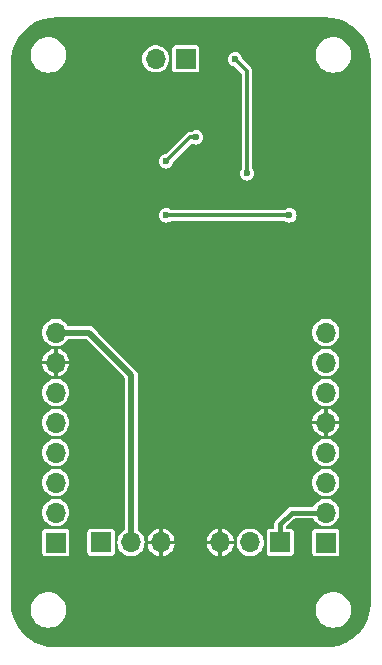
<source format=gbr>
%TF.GenerationSoftware,KiCad,Pcbnew,8.0.6*%
%TF.CreationDate,2025-10-11T08:40:00-07:00*%
%TF.ProjectId,cnft-tpl-esp32cam,636e6674-2d74-4706-9c2d-657370333263,rev?*%
%TF.SameCoordinates,Original*%
%TF.FileFunction,Copper,L2,Bot*%
%TF.FilePolarity,Positive*%
%FSLAX46Y46*%
G04 Gerber Fmt 4.6, Leading zero omitted, Abs format (unit mm)*
G04 Created by KiCad (PCBNEW 8.0.6) date 2025-10-11 08:40:00*
%MOMM*%
%LPD*%
G01*
G04 APERTURE LIST*
%TA.AperFunction,ComponentPad*%
%ADD10R,1.700000X1.700000*%
%TD*%
%TA.AperFunction,ComponentPad*%
%ADD11O,1.700000X1.700000*%
%TD*%
%TA.AperFunction,ViaPad*%
%ADD12C,0.600000*%
%TD*%
%TA.AperFunction,Conductor*%
%ADD13C,0.400000*%
%TD*%
%TA.AperFunction,Conductor*%
%ADD14C,0.500000*%
%TD*%
%TA.AperFunction,Conductor*%
%ADD15C,0.300000*%
%TD*%
G04 APERTURE END LIST*
D10*
%TO.P,SW1,1,1*%
%TO.N,Net-(JP2-B)*%
X15118400Y49835200D03*
D11*
%TO.P,SW1,2,2*%
%TO.N,VDD*%
X12578400Y49835200D03*
%TD*%
D10*
%TO.P,J2,1,Pin_1*%
%TO.N,unconnected-(J2-Pin_1-Pad1)*%
X4114800Y8880000D03*
D11*
%TO.P,J2,2,Pin_2*%
%TO.N,unconnected-(J2-Pin_2-Pad2)*%
X4114800Y11420000D03*
%TO.P,J2,3,Pin_3*%
%TO.N,unconnected-(J2-Pin_3-Pad3)*%
X4114800Y13960000D03*
%TO.P,J2,4,Pin_4*%
%TO.N,unconnected-(J2-Pin_4-Pad4)*%
X4114800Y16500000D03*
%TO.P,J2,5,Pin_5*%
%TO.N,unconnected-(J2-Pin_5-Pad5)*%
X4114800Y19040000D03*
%TO.P,J2,6,Pin_6*%
%TO.N,DONE*%
X4114800Y21580000D03*
%TO.P,J2,7,Pin_7*%
%TO.N,GND*%
X4114800Y24120000D03*
%TO.P,J2,8,Pin_8*%
%TO.N,PWOUT*%
X4114800Y26660000D03*
%TD*%
D10*
%TO.P,J5,1,Pin_1*%
%TO.N,GPIO3*%
X7950000Y8890000D03*
D11*
%TO.P,J5,2,Pin_2*%
%TO.N,PWOUT*%
X10490000Y8890000D03*
%TO.P,J5,3,Pin_3*%
%TO.N,GND*%
X13030000Y8890000D03*
%TD*%
D10*
%TO.P,J1,1,Pin_1*%
%TO.N,unconnected-(J1-Pin_1-Pad1)*%
X26980000Y8880000D03*
D11*
%TO.P,J1,2,Pin_2*%
%TO.N,GPIO1*%
X26980000Y11420000D03*
%TO.P,J1,3,Pin_3*%
%TO.N,GPIO3*%
X26980000Y13960000D03*
%TO.P,J1,4,Pin_4*%
%TO.N,unconnected-(J1-Pin_4-Pad4)*%
X26980000Y16500000D03*
%TO.P,J1,5,Pin_5*%
%TO.N,GND*%
X26980000Y19040000D03*
%TO.P,J1,6,Pin_6*%
%TO.N,unconnected-(J1-Pin_6-Pad6)*%
X26980000Y21580000D03*
%TO.P,J1,7,Pin_7*%
%TO.N,unconnected-(J1-Pin_7-Pad7)*%
X26980000Y24120000D03*
%TO.P,J1,8,Pin_8*%
%TO.N,unconnected-(J1-Pin_8-Pad8)*%
X26980000Y26660000D03*
%TD*%
D10*
%TO.P,J4,1,Pin_1*%
%TO.N,GPIO1*%
X23114000Y8890000D03*
D11*
%TO.P,J4,2,Pin_2*%
%TO.N,PWOUT*%
X20574000Y8890000D03*
%TO.P,J4,3,Pin_3*%
%TO.N,GND*%
X18034000Y8890000D03*
%TD*%
D12*
%TO.N,GND*%
X17018000Y37846000D03*
X12192000Y40132000D03*
X13462000Y35306000D03*
X7620000Y34798000D03*
%TO.N,PWOUT*%
X13462000Y36576000D03*
X23901400Y36576000D03*
%TO.N,Net-(JP2-B)*%
X19304000Y49784000D03*
X20320000Y40132000D03*
%TO.N,Net-(U1-DRV)*%
X13462000Y41148000D03*
X16002000Y43180000D03*
%TD*%
D13*
%TO.N,GPIO1*%
X23114000Y10414000D02*
X24120000Y11420000D01*
X23114000Y8890000D02*
X23114000Y10414000D01*
X24120000Y11420000D02*
X26980000Y11420000D01*
D14*
%TO.N,PWOUT*%
X10490000Y23088800D02*
X10490000Y8890000D01*
X4114800Y26660000D02*
X6918800Y26660000D01*
D15*
X23901400Y36576000D02*
X13462000Y36576000D01*
D14*
X6918800Y26660000D02*
X10490000Y23088800D01*
D15*
%TO.N,Net-(JP2-B)*%
X20320000Y40132000D02*
X20320000Y48768000D01*
X20320000Y48768000D02*
X19304000Y49784000D01*
%TO.N,Net-(U1-DRV)*%
X15494000Y43180000D02*
X16002000Y43180000D01*
X13462000Y41148000D02*
X15494000Y43180000D01*
%TD*%
%TA.AperFunction,Conductor*%
%TO.N,GND*%
G36*
X26984010Y53332814D02*
G01*
X26986217Y53332786D01*
X27177876Y53330277D01*
X27187818Y53329690D01*
X27574081Y53289091D01*
X27585319Y53287311D01*
X27964518Y53206707D01*
X27975525Y53203758D01*
X28344217Y53083961D01*
X28354847Y53079881D01*
X28708994Y52922203D01*
X28719146Y52917031D01*
X29054876Y52723196D01*
X29064427Y52716994D01*
X29378028Y52489149D01*
X29378054Y52489130D01*
X29386920Y52481950D01*
X29674996Y52222565D01*
X29683064Y52214497D01*
X29942449Y51926421D01*
X29949629Y51917555D01*
X30177487Y51603937D01*
X30183701Y51594368D01*
X30377526Y51258654D01*
X30382705Y51248489D01*
X30540375Y50894359D01*
X30544464Y50883707D01*
X30664255Y50515032D01*
X30667208Y50504012D01*
X30747807Y50124835D01*
X30749592Y50113566D01*
X30790188Y49727332D01*
X30790776Y49717365D01*
X30793314Y49523511D01*
X30793323Y49522084D01*
X30793323Y3803522D01*
X30793313Y3802072D01*
X30790734Y3608277D01*
X30790147Y3598334D01*
X30749552Y3212082D01*
X30747767Y3200814D01*
X30667174Y2821637D01*
X30664221Y2810615D01*
X30544436Y2441951D01*
X30540348Y2431300D01*
X30382674Y2077153D01*
X30377494Y2066988D01*
X30183677Y1731281D01*
X30177463Y1721712D01*
X29949613Y1408100D01*
X29942433Y1399233D01*
X29683047Y1111152D01*
X29674980Y1103085D01*
X29386901Y843695D01*
X29378034Y836515D01*
X29064424Y608661D01*
X29054856Y602447D01*
X28719153Y408626D01*
X28708987Y403446D01*
X28354853Y245772D01*
X28344202Y241683D01*
X27975525Y121890D01*
X27964504Y118937D01*
X27585331Y38339D01*
X27574062Y36554D01*
X27231970Y597D01*
X27220576Y0D01*
X3885184Y0D01*
X3873791Y597D01*
X3532562Y36461D01*
X3521293Y38246D01*
X3142105Y118842D01*
X3131088Y121794D01*
X2936536Y185007D01*
X2762408Y241584D01*
X2751757Y245672D01*
X2397604Y403350D01*
X2387438Y408530D01*
X2051713Y602359D01*
X2042145Y608573D01*
X1728527Y836429D01*
X1719660Y843609D01*
X1719564Y843695D01*
X1431572Y1103005D01*
X1423504Y1111073D01*
X1164108Y1399161D01*
X1156928Y1408028D01*
X1156876Y1408100D01*
X929067Y1721653D01*
X922863Y1731206D01*
X729029Y2066939D01*
X723849Y2077105D01*
X566171Y2431258D01*
X562083Y2441909D01*
X442289Y2810602D01*
X439344Y2821594D01*
X358745Y3200794D01*
X356960Y3212063D01*
X348568Y3291904D01*
X1990885Y3291904D01*
X1990885Y3043743D01*
X2031731Y2798965D01*
X2031731Y2798961D01*
X2107885Y2577132D01*
X2112309Y2564247D01*
X2167190Y2462836D01*
X2230422Y2345992D01*
X2382846Y2150160D01*
X2382851Y2150154D01*
X2565424Y1982084D01*
X2750508Y1861163D01*
X2773178Y1846352D01*
X3000439Y1746666D01*
X3241008Y1685746D01*
X3488323Y1665252D01*
X3735638Y1685746D01*
X3976207Y1746666D01*
X4203468Y1846352D01*
X4411221Y1982084D01*
X4514441Y2077105D01*
X4593794Y2150154D01*
X4593795Y2150157D01*
X4593800Y2150160D01*
X4746225Y2345995D01*
X4864337Y2564247D01*
X4944915Y2798964D01*
X4985761Y3043742D01*
X4988323Y3167823D01*
X4985761Y3291904D01*
X26120885Y3291904D01*
X26120885Y3043743D01*
X26161731Y2798965D01*
X26161731Y2798961D01*
X26237885Y2577132D01*
X26242309Y2564247D01*
X26297190Y2462836D01*
X26360422Y2345992D01*
X26512846Y2150160D01*
X26512851Y2150154D01*
X26695424Y1982084D01*
X26880508Y1861163D01*
X26903178Y1846352D01*
X27130439Y1746666D01*
X27371008Y1685746D01*
X27618323Y1665252D01*
X27865638Y1685746D01*
X28106207Y1746666D01*
X28333468Y1846352D01*
X28541221Y1982084D01*
X28644441Y2077105D01*
X28723794Y2150154D01*
X28723795Y2150157D01*
X28723800Y2150160D01*
X28876225Y2345995D01*
X28994337Y2564247D01*
X29074915Y2798964D01*
X29115761Y3043742D01*
X29118323Y3167823D01*
X29115761Y3291904D01*
X29074915Y3536682D01*
X28994337Y3771399D01*
X28876225Y3989651D01*
X28876223Y3989655D01*
X28723799Y4185487D01*
X28723794Y4185493D01*
X28541221Y4353563D01*
X28333473Y4489291D01*
X28333471Y4489292D01*
X28333468Y4489294D01*
X28106207Y4588980D01*
X27865638Y4649900D01*
X27618323Y4670393D01*
X27371008Y4649900D01*
X27250723Y4619440D01*
X27130438Y4588980D01*
X27130436Y4588979D01*
X26903178Y4489294D01*
X26903172Y4489291D01*
X26695424Y4353563D01*
X26512851Y4185493D01*
X26512846Y4185487D01*
X26360422Y3989655D01*
X26242309Y3771399D01*
X26242307Y3771394D01*
X26161731Y3536686D01*
X26161731Y3536682D01*
X26120885Y3291904D01*
X4985761Y3291904D01*
X4944915Y3536682D01*
X4864337Y3771399D01*
X4746225Y3989651D01*
X4746223Y3989655D01*
X4593799Y4185487D01*
X4593794Y4185493D01*
X4411221Y4353563D01*
X4203473Y4489291D01*
X4203471Y4489292D01*
X4203468Y4489294D01*
X3976207Y4588980D01*
X3735638Y4649900D01*
X3488323Y4670393D01*
X3241008Y4649900D01*
X3120723Y4619440D01*
X3000438Y4588980D01*
X3000436Y4588979D01*
X2773178Y4489294D01*
X2773172Y4489291D01*
X2565424Y4353563D01*
X2382851Y4185493D01*
X2382846Y4185487D01*
X2230422Y3989655D01*
X2112309Y3771399D01*
X2112307Y3771394D01*
X2031731Y3536686D01*
X2031731Y3536682D01*
X1990885Y3291904D01*
X348568Y3291904D01*
X348567Y3291916D01*
X316366Y3598301D01*
X315779Y3608297D01*
X313332Y3802111D01*
X313323Y3803487D01*
X313323Y9774866D01*
X2964300Y9774866D01*
X2964300Y7985142D01*
X2964302Y7985121D01*
X2967214Y7960012D01*
X2967214Y7960010D01*
X2967215Y7960009D01*
X3012594Y7857235D01*
X3092035Y7777794D01*
X3194809Y7732415D01*
X3219935Y7729500D01*
X5009664Y7729501D01*
X5034791Y7732415D01*
X5137565Y7777794D01*
X5217006Y7857235D01*
X5262385Y7960009D01*
X5265300Y7985135D01*
X5265299Y9774864D01*
X5264139Y9784866D01*
X6799500Y9784866D01*
X6799500Y7995142D01*
X6799502Y7995121D01*
X6802414Y7970012D01*
X6802414Y7970010D01*
X6802415Y7970009D01*
X6847794Y7867235D01*
X6927235Y7787794D01*
X7030009Y7742415D01*
X7055135Y7739500D01*
X8844864Y7739501D01*
X8869991Y7742415D01*
X8972765Y7787794D01*
X9052206Y7867235D01*
X9097585Y7970009D01*
X9100500Y7995135D01*
X9100499Y9784864D01*
X9097585Y9809991D01*
X9052206Y9912765D01*
X8972765Y9992206D01*
X8869991Y10037585D01*
X8844865Y10040500D01*
X8844864Y10040500D01*
X7055141Y10040500D01*
X7055120Y10040498D01*
X7030011Y10037586D01*
X6927234Y9992206D01*
X6847794Y9912766D01*
X6802415Y9809991D01*
X6799500Y9784866D01*
X5264139Y9784866D01*
X5262385Y9799991D01*
X5217006Y9902765D01*
X5137565Y9982206D01*
X5034791Y10027585D01*
X5009665Y10030500D01*
X5009664Y10030500D01*
X3219941Y10030500D01*
X3219920Y10030498D01*
X3194811Y10027586D01*
X3092034Y9982206D01*
X3012594Y9902766D01*
X2967215Y9799991D01*
X2964300Y9774866D01*
X313323Y9774866D01*
X313323Y11420001D01*
X2959371Y11420001D01*
X2959371Y11420000D01*
X2979043Y11207691D01*
X3037394Y11002613D01*
X3132432Y10811747D01*
X3132434Y10811745D01*
X3260928Y10641593D01*
X3418498Y10497948D01*
X3447659Y10479892D01*
X3599775Y10385706D01*
X3599777Y10385704D01*
X3599779Y10385704D01*
X3599781Y10385702D01*
X3798602Y10308679D01*
X4008190Y10269500D01*
X4008191Y10269500D01*
X4221409Y10269500D01*
X4221410Y10269500D01*
X4430998Y10308679D01*
X4629819Y10385702D01*
X4811102Y10497948D01*
X4968672Y10641593D01*
X5097166Y10811745D01*
X5192205Y11002611D01*
X5250556Y11207690D01*
X5270229Y11420000D01*
X5250556Y11632310D01*
X5192205Y11837389D01*
X5120738Y11980916D01*
X5097167Y12028254D01*
X4968670Y12198409D01*
X4811103Y12342051D01*
X4811099Y12342054D01*
X4629824Y12454295D01*
X4629822Y12454297D01*
X4430998Y12531321D01*
X4430994Y12531322D01*
X4221410Y12570500D01*
X4008190Y12570500D01*
X4008189Y12570500D01*
X3798605Y12531322D01*
X3798601Y12531321D01*
X3599777Y12454297D01*
X3599775Y12454295D01*
X3418500Y12342054D01*
X3418496Y12342051D01*
X3260929Y12198409D01*
X3132432Y12028254D01*
X3037394Y11837388D01*
X2979043Y11632310D01*
X2959371Y11420001D01*
X313323Y11420001D01*
X313323Y13960001D01*
X2959371Y13960001D01*
X2959371Y13960000D01*
X2979043Y13747691D01*
X3037394Y13542613D01*
X3132432Y13351747D01*
X3132434Y13351745D01*
X3260928Y13181593D01*
X3418498Y13037948D01*
X3418500Y13037947D01*
X3599775Y12925706D01*
X3599777Y12925704D01*
X3599779Y12925704D01*
X3599781Y12925702D01*
X3798602Y12848679D01*
X4008190Y12809500D01*
X4008191Y12809500D01*
X4221409Y12809500D01*
X4221410Y12809500D01*
X4430998Y12848679D01*
X4629819Y12925702D01*
X4811102Y13037948D01*
X4968672Y13181593D01*
X5097166Y13351745D01*
X5192205Y13542611D01*
X5250556Y13747690D01*
X5270229Y13960000D01*
X5250556Y14172310D01*
X5192205Y14377389D01*
X5144882Y14472427D01*
X5097167Y14568254D01*
X4968670Y14738409D01*
X4811103Y14882051D01*
X4811099Y14882054D01*
X4629824Y14994295D01*
X4629822Y14994297D01*
X4430998Y15071321D01*
X4430994Y15071322D01*
X4221410Y15110500D01*
X4008190Y15110500D01*
X4008189Y15110500D01*
X3798605Y15071322D01*
X3798601Y15071321D01*
X3599777Y14994297D01*
X3599775Y14994295D01*
X3418500Y14882054D01*
X3418496Y14882051D01*
X3260929Y14738409D01*
X3132432Y14568254D01*
X3037394Y14377388D01*
X2979043Y14172310D01*
X2959371Y13960001D01*
X313323Y13960001D01*
X313323Y16500001D01*
X2959371Y16500001D01*
X2959371Y16500000D01*
X2979043Y16287691D01*
X3037394Y16082613D01*
X3132432Y15891747D01*
X3132434Y15891745D01*
X3260928Y15721593D01*
X3418498Y15577948D01*
X3418500Y15577947D01*
X3599775Y15465706D01*
X3599777Y15465704D01*
X3599779Y15465704D01*
X3599781Y15465702D01*
X3798602Y15388679D01*
X4008190Y15349500D01*
X4008191Y15349500D01*
X4221409Y15349500D01*
X4221410Y15349500D01*
X4430998Y15388679D01*
X4629819Y15465702D01*
X4811102Y15577948D01*
X4968672Y15721593D01*
X5097166Y15891745D01*
X5192205Y16082611D01*
X5250556Y16287690D01*
X5270229Y16500000D01*
X5250556Y16712310D01*
X5192205Y16917389D01*
X5144882Y17012427D01*
X5097167Y17108254D01*
X4968670Y17278409D01*
X4811103Y17422051D01*
X4811099Y17422054D01*
X4629824Y17534295D01*
X4629822Y17534297D01*
X4430998Y17611321D01*
X4430994Y17611322D01*
X4221410Y17650500D01*
X4008190Y17650500D01*
X4008189Y17650500D01*
X3798605Y17611322D01*
X3798601Y17611321D01*
X3599777Y17534297D01*
X3599775Y17534295D01*
X3418500Y17422054D01*
X3418496Y17422051D01*
X3260929Y17278409D01*
X3132432Y17108254D01*
X3037394Y16917388D01*
X2979043Y16712310D01*
X2959371Y16500001D01*
X313323Y16500001D01*
X313323Y19040001D01*
X2959371Y19040001D01*
X2959371Y19040000D01*
X2979043Y18827691D01*
X3037394Y18622613D01*
X3132432Y18431747D01*
X3132434Y18431745D01*
X3260928Y18261593D01*
X3418498Y18117948D01*
X3599059Y18006149D01*
X3599775Y18005706D01*
X3599777Y18005704D01*
X3599779Y18005704D01*
X3599781Y18005702D01*
X3798602Y17928679D01*
X4008190Y17889500D01*
X4008191Y17889500D01*
X4221409Y17889500D01*
X4221410Y17889500D01*
X4430998Y17928679D01*
X4629819Y18005702D01*
X4811102Y18117948D01*
X4968672Y18261593D01*
X5097166Y18431745D01*
X5192205Y18622611D01*
X5250556Y18827690D01*
X5270229Y19040000D01*
X5264129Y19105826D01*
X5250556Y19252310D01*
X5223612Y19347007D01*
X5192205Y19457389D01*
X5097298Y19647990D01*
X5097167Y19648254D01*
X5054334Y19704973D01*
X4968672Y19818407D01*
X4811102Y19962052D01*
X4629824Y20074295D01*
X4629822Y20074297D01*
X4430998Y20151321D01*
X4430994Y20151322D01*
X4221410Y20190500D01*
X4008190Y20190500D01*
X4008189Y20190500D01*
X3798605Y20151322D01*
X3798601Y20151321D01*
X3599777Y20074297D01*
X3599775Y20074295D01*
X3418500Y19962054D01*
X3418496Y19962051D01*
X3260929Y19818409D01*
X3132432Y19648254D01*
X3037394Y19457388D01*
X2979043Y19252310D01*
X2959371Y19040001D01*
X313323Y19040001D01*
X313323Y21580001D01*
X2959371Y21580001D01*
X2959371Y21580000D01*
X2979043Y21367691D01*
X3037394Y21162613D01*
X3132432Y20971747D01*
X3132434Y20971745D01*
X3260928Y20801593D01*
X3418498Y20657948D01*
X3418500Y20657947D01*
X3599775Y20545706D01*
X3599777Y20545704D01*
X3599779Y20545704D01*
X3599781Y20545702D01*
X3798602Y20468679D01*
X4008190Y20429500D01*
X4008191Y20429500D01*
X4221409Y20429500D01*
X4221410Y20429500D01*
X4430998Y20468679D01*
X4629819Y20545702D01*
X4811102Y20657948D01*
X4968672Y20801593D01*
X5097166Y20971745D01*
X5192205Y21162611D01*
X5250556Y21367690D01*
X5270229Y21580000D01*
X5250556Y21792310D01*
X5192205Y21997389D01*
X5144882Y22092427D01*
X5097167Y22188254D01*
X4968670Y22358409D01*
X4811103Y22502051D01*
X4811099Y22502054D01*
X4629824Y22614295D01*
X4629822Y22614297D01*
X4430998Y22691321D01*
X4430994Y22691322D01*
X4221410Y22730500D01*
X4008190Y22730500D01*
X4008189Y22730500D01*
X3798605Y22691322D01*
X3798601Y22691321D01*
X3599777Y22614297D01*
X3599775Y22614295D01*
X3418500Y22502054D01*
X3418496Y22502051D01*
X3260929Y22358409D01*
X3132432Y22188254D01*
X3037394Y21997388D01*
X2979043Y21792310D01*
X2959371Y21580001D01*
X313323Y21580001D01*
X313323Y24270001D01*
X2973772Y24270001D01*
X2973773Y24270000D01*
X3637355Y24270000D01*
X3614800Y24185826D01*
X3614800Y24054174D01*
X3637355Y23970000D01*
X2973773Y23970000D01*
X2979537Y23907784D01*
X2979538Y23907783D01*
X3037861Y23702796D01*
X3037863Y23702792D01*
X3132859Y23512011D01*
X3261300Y23341930D01*
X3418799Y23198350D01*
X3418802Y23198347D01*
X3600001Y23086155D01*
X3600013Y23086149D01*
X3798729Y23009166D01*
X3798742Y23009162D01*
X3964800Y22978121D01*
X3964800Y23642555D01*
X4048974Y23620000D01*
X4180626Y23620000D01*
X4264800Y23642555D01*
X4264800Y22978122D01*
X4430857Y23009162D01*
X4430870Y23009166D01*
X4629586Y23086149D01*
X4629598Y23086155D01*
X4810797Y23198347D01*
X4810800Y23198350D01*
X4968299Y23341930D01*
X5096740Y23512011D01*
X5191736Y23702792D01*
X5191738Y23702796D01*
X5250061Y23907783D01*
X5250062Y23907784D01*
X5255827Y23970000D01*
X4592245Y23970000D01*
X4614800Y24054174D01*
X4614800Y24185826D01*
X4592245Y24270000D01*
X5255827Y24270000D01*
X5255827Y24270001D01*
X5250062Y24332217D01*
X5250061Y24332218D01*
X5191738Y24537205D01*
X5191736Y24537209D01*
X5096740Y24727990D01*
X4968299Y24898071D01*
X4810800Y25041651D01*
X4810797Y25041654D01*
X4629598Y25153846D01*
X4629586Y25153852D01*
X4430868Y25230836D01*
X4430858Y25230839D01*
X4264800Y25261881D01*
X4264800Y24597446D01*
X4180626Y24620000D01*
X4048974Y24620000D01*
X3964800Y24597446D01*
X3964800Y25261881D01*
X3964799Y25261881D01*
X3798741Y25230839D01*
X3798731Y25230836D01*
X3600013Y25153852D01*
X3600001Y25153846D01*
X3418802Y25041654D01*
X3418799Y25041651D01*
X3261300Y24898071D01*
X3132859Y24727990D01*
X3037863Y24537209D01*
X3037861Y24537205D01*
X2979538Y24332218D01*
X2979537Y24332217D01*
X2973772Y24270001D01*
X313323Y24270001D01*
X313323Y26660001D01*
X2959371Y26660001D01*
X2959371Y26660000D01*
X2979043Y26447691D01*
X3037394Y26242613D01*
X3132432Y26051747D01*
X3132434Y26051745D01*
X3260928Y25881593D01*
X3418498Y25737948D01*
X3418500Y25737947D01*
X3599775Y25625706D01*
X3599777Y25625704D01*
X3599779Y25625704D01*
X3599781Y25625702D01*
X3798602Y25548679D01*
X4008190Y25509500D01*
X4008191Y25509500D01*
X4221409Y25509500D01*
X4221410Y25509500D01*
X4430998Y25548679D01*
X4629819Y25625702D01*
X4811102Y25737948D01*
X4968672Y25881593D01*
X5097166Y26051745D01*
X5097168Y26051749D01*
X5099818Y26056028D01*
X5101581Y26054937D01*
X5143048Y26097165D01*
X5193415Y26109500D01*
X6645625Y26109500D01*
X6709694Y26088683D01*
X6722700Y26077575D01*
X9907575Y22892700D01*
X9938158Y22832676D01*
X9939500Y22815625D01*
X9939500Y9963042D01*
X9918683Y9898973D01*
X9887882Y9870369D01*
X9793697Y9812052D01*
X9793695Y9812050D01*
X9636129Y9668409D01*
X9507632Y9498254D01*
X9412594Y9307388D01*
X9354243Y9102310D01*
X9334571Y8890001D01*
X9334571Y8890000D01*
X9354243Y8677691D01*
X9412594Y8472613D01*
X9507632Y8281747D01*
X9507634Y8281745D01*
X9636128Y8111593D01*
X9793698Y7967948D01*
X9974259Y7856149D01*
X9974975Y7855706D01*
X9974977Y7855704D01*
X9974979Y7855704D01*
X9974981Y7855702D01*
X10173802Y7778679D01*
X10383390Y7739500D01*
X10383391Y7739500D01*
X10596609Y7739500D01*
X10596610Y7739500D01*
X10806198Y7778679D01*
X11005019Y7855702D01*
X11186302Y7967948D01*
X11343872Y8111593D01*
X11472366Y8281745D01*
X11567405Y8472611D01*
X11625756Y8677690D01*
X11645429Y8890000D01*
X11639329Y8955826D01*
X11631529Y9040001D01*
X11888972Y9040001D01*
X11888973Y9040000D01*
X12552555Y9040000D01*
X12530000Y8955826D01*
X12530000Y8824174D01*
X12552555Y8740000D01*
X11888973Y8740000D01*
X11894737Y8677784D01*
X11894738Y8677783D01*
X11953061Y8472796D01*
X11953063Y8472792D01*
X12048059Y8282011D01*
X12176500Y8111930D01*
X12333999Y7968350D01*
X12334002Y7968347D01*
X12515201Y7856155D01*
X12515213Y7856149D01*
X12713929Y7779166D01*
X12713942Y7779162D01*
X12880000Y7748121D01*
X12880000Y8412555D01*
X12964174Y8390000D01*
X13095826Y8390000D01*
X13180000Y8412555D01*
X13180000Y7748122D01*
X13346057Y7779162D01*
X13346070Y7779166D01*
X13544786Y7856149D01*
X13544798Y7856155D01*
X13725997Y7968347D01*
X13726000Y7968350D01*
X13883499Y8111930D01*
X14011940Y8282011D01*
X14106936Y8472792D01*
X14106938Y8472796D01*
X14165261Y8677783D01*
X14165262Y8677784D01*
X14171027Y8740000D01*
X13507445Y8740000D01*
X13530000Y8824174D01*
X13530000Y8955826D01*
X13507445Y9040000D01*
X14171027Y9040000D01*
X14171027Y9040001D01*
X16892972Y9040001D01*
X16892973Y9040000D01*
X17556555Y9040000D01*
X17534000Y8955826D01*
X17534000Y8824174D01*
X17556555Y8740000D01*
X16892973Y8740000D01*
X16898737Y8677784D01*
X16898738Y8677783D01*
X16957061Y8472796D01*
X16957063Y8472792D01*
X17052059Y8282011D01*
X17180500Y8111930D01*
X17337999Y7968350D01*
X17338002Y7968347D01*
X17519201Y7856155D01*
X17519213Y7856149D01*
X17717929Y7779166D01*
X17717942Y7779162D01*
X17884000Y7748121D01*
X17884000Y8412555D01*
X17968174Y8390000D01*
X18099826Y8390000D01*
X18184000Y8412555D01*
X18184000Y7748122D01*
X18350057Y7779162D01*
X18350070Y7779166D01*
X18548786Y7856149D01*
X18548798Y7856155D01*
X18729997Y7968347D01*
X18730000Y7968350D01*
X18887499Y8111930D01*
X19015940Y8282011D01*
X19110936Y8472792D01*
X19110938Y8472796D01*
X19169261Y8677783D01*
X19169262Y8677784D01*
X19175027Y8740000D01*
X18511445Y8740000D01*
X18534000Y8824174D01*
X18534000Y8890001D01*
X19418571Y8890001D01*
X19418571Y8890000D01*
X19438243Y8677691D01*
X19496594Y8472613D01*
X19591632Y8281747D01*
X19591634Y8281745D01*
X19720128Y8111593D01*
X19877698Y7967948D01*
X20058259Y7856149D01*
X20058975Y7855706D01*
X20058977Y7855704D01*
X20058979Y7855704D01*
X20058981Y7855702D01*
X20257802Y7778679D01*
X20467390Y7739500D01*
X20467391Y7739500D01*
X20680609Y7739500D01*
X20680610Y7739500D01*
X20890198Y7778679D01*
X21089019Y7855702D01*
X21270302Y7967948D01*
X21427872Y8111593D01*
X21556366Y8281745D01*
X21651405Y8472611D01*
X21709756Y8677690D01*
X21729429Y8890000D01*
X21723329Y8955826D01*
X21709756Y9102310D01*
X21682812Y9197007D01*
X21651405Y9307389D01*
X21556498Y9497990D01*
X21556367Y9498254D01*
X21513534Y9554973D01*
X21427872Y9668407D01*
X21300123Y9784866D01*
X21963500Y9784866D01*
X21963500Y7995142D01*
X21963502Y7995121D01*
X21966414Y7970012D01*
X21966414Y7970010D01*
X21966415Y7970009D01*
X22011794Y7867235D01*
X22091235Y7787794D01*
X22194009Y7742415D01*
X22219135Y7739500D01*
X24008864Y7739501D01*
X24033991Y7742415D01*
X24136765Y7787794D01*
X24216206Y7867235D01*
X24261585Y7970009D01*
X24264500Y7995135D01*
X24264499Y9774866D01*
X25829500Y9774866D01*
X25829500Y7985142D01*
X25829502Y7985121D01*
X25832414Y7960012D01*
X25832414Y7960010D01*
X25832415Y7960009D01*
X25877794Y7857235D01*
X25957235Y7777794D01*
X26060009Y7732415D01*
X26085135Y7729500D01*
X27874864Y7729501D01*
X27899991Y7732415D01*
X28002765Y7777794D01*
X28082206Y7857235D01*
X28127585Y7960009D01*
X28130500Y7985135D01*
X28130499Y9774864D01*
X28127585Y9799991D01*
X28082206Y9902765D01*
X28002765Y9982206D01*
X27899991Y10027585D01*
X27874865Y10030500D01*
X27874864Y10030500D01*
X26085141Y10030500D01*
X26085120Y10030498D01*
X26060011Y10027586D01*
X25957234Y9982206D01*
X25877794Y9902766D01*
X25832415Y9799991D01*
X25829500Y9774866D01*
X24264499Y9774866D01*
X24264499Y9784864D01*
X24261585Y9809991D01*
X24216206Y9912765D01*
X24136765Y9992206D01*
X24033991Y10037585D01*
X24008865Y10040500D01*
X23723500Y10040500D01*
X23659431Y10061317D01*
X23619835Y10115817D01*
X23614500Y10149500D01*
X23614500Y10161536D01*
X23635317Y10225605D01*
X23646425Y10238611D01*
X24295389Y10887575D01*
X24355413Y10918158D01*
X24372464Y10919500D01*
X25876489Y10919500D01*
X25940558Y10898683D01*
X25974062Y10859084D01*
X25997631Y10811749D01*
X25997633Y10811747D01*
X25997634Y10811745D01*
X26126128Y10641593D01*
X26283698Y10497948D01*
X26312859Y10479892D01*
X26464975Y10385706D01*
X26464977Y10385704D01*
X26464979Y10385704D01*
X26464981Y10385702D01*
X26663802Y10308679D01*
X26873390Y10269500D01*
X26873391Y10269500D01*
X27086609Y10269500D01*
X27086610Y10269500D01*
X27296198Y10308679D01*
X27495019Y10385702D01*
X27676302Y10497948D01*
X27833872Y10641593D01*
X27962366Y10811745D01*
X28057405Y11002611D01*
X28115756Y11207690D01*
X28135429Y11420000D01*
X28115756Y11632310D01*
X28057405Y11837389D01*
X27985938Y11980916D01*
X27962367Y12028254D01*
X27833870Y12198409D01*
X27676303Y12342051D01*
X27676299Y12342054D01*
X27495024Y12454295D01*
X27495022Y12454297D01*
X27296198Y12531321D01*
X27296194Y12531322D01*
X27086610Y12570500D01*
X26873390Y12570500D01*
X26873389Y12570500D01*
X26663805Y12531322D01*
X26663801Y12531321D01*
X26464977Y12454297D01*
X26464975Y12454295D01*
X26283700Y12342054D01*
X26283696Y12342051D01*
X26126129Y12198409D01*
X25997631Y12028252D01*
X25974062Y11980916D01*
X25926870Y11932842D01*
X25876489Y11920500D01*
X24054108Y11920500D01*
X23926814Y11886393D01*
X23812688Y11820502D01*
X22806686Y10814500D01*
X22806685Y10814501D01*
X22713499Y10721314D01*
X22647607Y10607186D01*
X22613500Y10479892D01*
X22613500Y10149500D01*
X22592683Y10085431D01*
X22538183Y10045835D01*
X22504500Y10040500D01*
X22219141Y10040500D01*
X22219120Y10040498D01*
X22194011Y10037586D01*
X22091234Y9992206D01*
X22011794Y9912766D01*
X21966415Y9809991D01*
X21963500Y9784866D01*
X21300123Y9784866D01*
X21270302Y9812052D01*
X21124498Y9902330D01*
X21089024Y9924295D01*
X21089022Y9924297D01*
X20890198Y10001321D01*
X20890194Y10001322D01*
X20680610Y10040500D01*
X20467390Y10040500D01*
X20467389Y10040500D01*
X20257805Y10001322D01*
X20257801Y10001321D01*
X20058977Y9924297D01*
X20058975Y9924295D01*
X19877700Y9812054D01*
X19877696Y9812051D01*
X19720129Y9668409D01*
X19591632Y9498254D01*
X19496594Y9307388D01*
X19438243Y9102310D01*
X19418571Y8890001D01*
X18534000Y8890001D01*
X18534000Y8955826D01*
X18511445Y9040000D01*
X19175027Y9040000D01*
X19175027Y9040001D01*
X19169262Y9102217D01*
X19169261Y9102218D01*
X19110938Y9307205D01*
X19110936Y9307209D01*
X19015940Y9497990D01*
X18887499Y9668071D01*
X18730000Y9811651D01*
X18729997Y9811654D01*
X18548798Y9923846D01*
X18548786Y9923852D01*
X18350068Y10000836D01*
X18350058Y10000839D01*
X18184000Y10031881D01*
X18184000Y9367446D01*
X18099826Y9390000D01*
X17968174Y9390000D01*
X17884000Y9367446D01*
X17884000Y10031881D01*
X17883999Y10031881D01*
X17717941Y10000839D01*
X17717931Y10000836D01*
X17519213Y9923852D01*
X17519201Y9923846D01*
X17338002Y9811654D01*
X17337999Y9811651D01*
X17180500Y9668071D01*
X17052059Y9497990D01*
X16957063Y9307209D01*
X16957061Y9307205D01*
X16898738Y9102218D01*
X16898737Y9102217D01*
X16892972Y9040001D01*
X14171027Y9040001D01*
X14165262Y9102217D01*
X14165261Y9102218D01*
X14106938Y9307205D01*
X14106936Y9307209D01*
X14011940Y9497990D01*
X13883499Y9668071D01*
X13726000Y9811651D01*
X13725997Y9811654D01*
X13544798Y9923846D01*
X13544786Y9923852D01*
X13346068Y10000836D01*
X13346058Y10000839D01*
X13180000Y10031881D01*
X13180000Y9367446D01*
X13095826Y9390000D01*
X12964174Y9390000D01*
X12880000Y9367446D01*
X12880000Y10031881D01*
X12879999Y10031881D01*
X12713941Y10000839D01*
X12713931Y10000836D01*
X12515213Y9923852D01*
X12515201Y9923846D01*
X12334002Y9811654D01*
X12333999Y9811651D01*
X12176500Y9668071D01*
X12048059Y9497990D01*
X11953063Y9307209D01*
X11953061Y9307205D01*
X11894738Y9102218D01*
X11894737Y9102217D01*
X11888972Y9040001D01*
X11631529Y9040001D01*
X11625756Y9102310D01*
X11598812Y9197007D01*
X11567405Y9307389D01*
X11472498Y9497990D01*
X11472367Y9498254D01*
X11429534Y9554973D01*
X11343872Y9668407D01*
X11186302Y9812052D01*
X11092117Y9870370D01*
X11048605Y9921796D01*
X11040500Y9963042D01*
X11040500Y13960001D01*
X25824571Y13960001D01*
X25824571Y13960000D01*
X25844243Y13747691D01*
X25902594Y13542613D01*
X25997632Y13351747D01*
X25997634Y13351745D01*
X26126128Y13181593D01*
X26283698Y13037948D01*
X26283700Y13037947D01*
X26464975Y12925706D01*
X26464977Y12925704D01*
X26464979Y12925704D01*
X26464981Y12925702D01*
X26663802Y12848679D01*
X26873390Y12809500D01*
X26873391Y12809500D01*
X27086609Y12809500D01*
X27086610Y12809500D01*
X27296198Y12848679D01*
X27495019Y12925702D01*
X27676302Y13037948D01*
X27833872Y13181593D01*
X27962366Y13351745D01*
X28057405Y13542611D01*
X28115756Y13747690D01*
X28135429Y13960000D01*
X28115756Y14172310D01*
X28057405Y14377389D01*
X28010082Y14472427D01*
X27962367Y14568254D01*
X27833870Y14738409D01*
X27676303Y14882051D01*
X27676299Y14882054D01*
X27495024Y14994295D01*
X27495022Y14994297D01*
X27296198Y15071321D01*
X27296194Y15071322D01*
X27086610Y15110500D01*
X26873390Y15110500D01*
X26873389Y15110500D01*
X26663805Y15071322D01*
X26663801Y15071321D01*
X26464977Y14994297D01*
X26464975Y14994295D01*
X26283700Y14882054D01*
X26283696Y14882051D01*
X26126129Y14738409D01*
X25997632Y14568254D01*
X25902594Y14377388D01*
X25844243Y14172310D01*
X25824571Y13960001D01*
X11040500Y13960001D01*
X11040500Y16500001D01*
X25824571Y16500001D01*
X25824571Y16500000D01*
X25844243Y16287691D01*
X25902594Y16082613D01*
X25997632Y15891747D01*
X25997634Y15891745D01*
X26126128Y15721593D01*
X26283698Y15577948D01*
X26283700Y15577947D01*
X26464975Y15465706D01*
X26464977Y15465704D01*
X26464979Y15465704D01*
X26464981Y15465702D01*
X26663802Y15388679D01*
X26873390Y15349500D01*
X26873391Y15349500D01*
X27086609Y15349500D01*
X27086610Y15349500D01*
X27296198Y15388679D01*
X27495019Y15465702D01*
X27676302Y15577948D01*
X27833872Y15721593D01*
X27962366Y15891745D01*
X28057405Y16082611D01*
X28115756Y16287690D01*
X28135429Y16500000D01*
X28115756Y16712310D01*
X28057405Y16917389D01*
X28010082Y17012427D01*
X27962367Y17108254D01*
X27833870Y17278409D01*
X27676303Y17422051D01*
X27676299Y17422054D01*
X27495024Y17534295D01*
X27495022Y17534297D01*
X27296198Y17611321D01*
X27296194Y17611322D01*
X27086610Y17650500D01*
X26873390Y17650500D01*
X26873389Y17650500D01*
X26663805Y17611322D01*
X26663801Y17611321D01*
X26464977Y17534297D01*
X26464975Y17534295D01*
X26283700Y17422054D01*
X26283696Y17422051D01*
X26126129Y17278409D01*
X25997632Y17108254D01*
X25902594Y16917388D01*
X25844243Y16712310D01*
X25824571Y16500001D01*
X11040500Y16500001D01*
X11040500Y19190001D01*
X25838972Y19190001D01*
X25838973Y19190000D01*
X26502555Y19190000D01*
X26480000Y19105826D01*
X26480000Y18974174D01*
X26502555Y18890000D01*
X25838973Y18890000D01*
X25844737Y18827784D01*
X25844738Y18827783D01*
X25903061Y18622796D01*
X25903063Y18622792D01*
X25998059Y18432011D01*
X26126500Y18261930D01*
X26283999Y18118350D01*
X26284002Y18118347D01*
X26465201Y18006155D01*
X26465213Y18006149D01*
X26663929Y17929166D01*
X26663942Y17929162D01*
X26830000Y17898121D01*
X26830000Y18562555D01*
X26914174Y18540000D01*
X27045826Y18540000D01*
X27130000Y18562555D01*
X27130000Y17898122D01*
X27296057Y17929162D01*
X27296070Y17929166D01*
X27494786Y18006149D01*
X27494798Y18006155D01*
X27675997Y18118347D01*
X27676000Y18118350D01*
X27833499Y18261930D01*
X27961940Y18432011D01*
X28056936Y18622792D01*
X28056938Y18622796D01*
X28115261Y18827783D01*
X28115262Y18827784D01*
X28121027Y18890000D01*
X27457445Y18890000D01*
X27480000Y18974174D01*
X27480000Y19105826D01*
X27457445Y19190000D01*
X28121027Y19190000D01*
X28121027Y19190001D01*
X28115262Y19252217D01*
X28115261Y19252218D01*
X28056938Y19457205D01*
X28056936Y19457209D01*
X27961940Y19647990D01*
X27833499Y19818071D01*
X27676000Y19961651D01*
X27675997Y19961654D01*
X27494798Y20073846D01*
X27494786Y20073852D01*
X27296068Y20150836D01*
X27296058Y20150839D01*
X27130000Y20181881D01*
X27130000Y19517446D01*
X27045826Y19540000D01*
X26914174Y19540000D01*
X26830000Y19517446D01*
X26830000Y20181881D01*
X26829999Y20181881D01*
X26663941Y20150839D01*
X26663931Y20150836D01*
X26465213Y20073852D01*
X26465201Y20073846D01*
X26284002Y19961654D01*
X26283999Y19961651D01*
X26126500Y19818071D01*
X25998059Y19647990D01*
X25903063Y19457209D01*
X25903061Y19457205D01*
X25844738Y19252218D01*
X25844737Y19252217D01*
X25838972Y19190001D01*
X11040500Y19190001D01*
X11040500Y21580001D01*
X25824571Y21580001D01*
X25824571Y21580000D01*
X25844243Y21367691D01*
X25902594Y21162613D01*
X25997632Y20971747D01*
X25997634Y20971745D01*
X26126128Y20801593D01*
X26283698Y20657948D01*
X26283700Y20657947D01*
X26464975Y20545706D01*
X26464977Y20545704D01*
X26464979Y20545704D01*
X26464981Y20545702D01*
X26663802Y20468679D01*
X26873390Y20429500D01*
X26873391Y20429500D01*
X27086609Y20429500D01*
X27086610Y20429500D01*
X27296198Y20468679D01*
X27495019Y20545702D01*
X27676302Y20657948D01*
X27833872Y20801593D01*
X27962366Y20971745D01*
X28057405Y21162611D01*
X28115756Y21367690D01*
X28135429Y21580000D01*
X28115756Y21792310D01*
X28057405Y21997389D01*
X28010082Y22092427D01*
X27962367Y22188254D01*
X27833870Y22358409D01*
X27676303Y22502051D01*
X27676299Y22502054D01*
X27495024Y22614295D01*
X27495022Y22614297D01*
X27296198Y22691321D01*
X27296194Y22691322D01*
X27086610Y22730500D01*
X26873390Y22730500D01*
X26873389Y22730500D01*
X26663805Y22691322D01*
X26663801Y22691321D01*
X26464977Y22614297D01*
X26464975Y22614295D01*
X26283700Y22502054D01*
X26283696Y22502051D01*
X26126129Y22358409D01*
X25997632Y22188254D01*
X25902594Y21997388D01*
X25844243Y21792310D01*
X25824571Y21580001D01*
X11040500Y21580001D01*
X11040500Y23161273D01*
X11040499Y23161277D01*
X11002984Y23301285D01*
X10979712Y23341593D01*
X10930510Y23426815D01*
X10237324Y24120001D01*
X25824571Y24120001D01*
X25824571Y24120000D01*
X25844243Y23907691D01*
X25902594Y23702613D01*
X25997632Y23511747D01*
X26125874Y23341930D01*
X26126128Y23341593D01*
X26283698Y23197948D01*
X26464259Y23086149D01*
X26464975Y23085706D01*
X26464977Y23085704D01*
X26464979Y23085704D01*
X26464981Y23085702D01*
X26663802Y23008679D01*
X26873390Y22969500D01*
X26873391Y22969500D01*
X27086609Y22969500D01*
X27086610Y22969500D01*
X27296198Y23008679D01*
X27495019Y23085702D01*
X27676302Y23197948D01*
X27833872Y23341593D01*
X27962366Y23511745D01*
X28057405Y23702611D01*
X28115756Y23907690D01*
X28135429Y24120000D01*
X28129329Y24185826D01*
X28115756Y24332310D01*
X28088812Y24427007D01*
X28057405Y24537389D01*
X27962498Y24727990D01*
X27962367Y24728254D01*
X27919534Y24784973D01*
X27833872Y24898407D01*
X27676302Y25042052D01*
X27495024Y25154295D01*
X27495022Y25154297D01*
X27296198Y25231321D01*
X27296194Y25231322D01*
X27086610Y25270500D01*
X26873390Y25270500D01*
X26873389Y25270500D01*
X26663805Y25231322D01*
X26663801Y25231321D01*
X26464977Y25154297D01*
X26464975Y25154295D01*
X26283700Y25042054D01*
X26283696Y25042051D01*
X26126129Y24898409D01*
X25997632Y24728254D01*
X25902594Y24537388D01*
X25844243Y24332310D01*
X25824571Y24120001D01*
X10237324Y24120001D01*
X7697324Y26660001D01*
X25824571Y26660001D01*
X25824571Y26660000D01*
X25844243Y26447691D01*
X25902594Y26242613D01*
X25997632Y26051747D01*
X25997634Y26051745D01*
X26126128Y25881593D01*
X26283698Y25737948D01*
X26283700Y25737947D01*
X26464975Y25625706D01*
X26464977Y25625704D01*
X26464979Y25625704D01*
X26464981Y25625702D01*
X26663802Y25548679D01*
X26873390Y25509500D01*
X26873391Y25509500D01*
X27086609Y25509500D01*
X27086610Y25509500D01*
X27296198Y25548679D01*
X27495019Y25625702D01*
X27676302Y25737948D01*
X27833872Y25881593D01*
X27962366Y26051745D01*
X28057405Y26242611D01*
X28115756Y26447690D01*
X28135429Y26660000D01*
X28115756Y26872310D01*
X28057405Y27077389D01*
X27964499Y27263972D01*
X27962367Y27268254D01*
X27833870Y27438409D01*
X27676303Y27582051D01*
X27676299Y27582054D01*
X27495024Y27694295D01*
X27495022Y27694297D01*
X27296198Y27771321D01*
X27296194Y27771322D01*
X27086610Y27810500D01*
X26873390Y27810500D01*
X26873389Y27810500D01*
X26663805Y27771322D01*
X26663801Y27771321D01*
X26464977Y27694297D01*
X26464975Y27694295D01*
X26283700Y27582054D01*
X26283696Y27582051D01*
X26126129Y27438409D01*
X25997632Y27268254D01*
X25902594Y27077388D01*
X25844243Y26872310D01*
X25824571Y26660001D01*
X7697324Y26660001D01*
X7256815Y27100510D01*
X7131285Y27172984D01*
X6991276Y27210500D01*
X6991275Y27210500D01*
X5193415Y27210500D01*
X5129346Y27231317D01*
X5101061Y27264742D01*
X5099818Y27263972D01*
X5097168Y27268252D01*
X4968670Y27438409D01*
X4811103Y27582051D01*
X4811099Y27582054D01*
X4629824Y27694295D01*
X4629822Y27694297D01*
X4430998Y27771321D01*
X4430994Y27771322D01*
X4221410Y27810500D01*
X4008190Y27810500D01*
X4008189Y27810500D01*
X3798605Y27771322D01*
X3798601Y27771321D01*
X3599777Y27694297D01*
X3599775Y27694295D01*
X3418500Y27582054D01*
X3418496Y27582051D01*
X3260929Y27438409D01*
X3132432Y27268254D01*
X3037394Y27077388D01*
X2979043Y26872310D01*
X2959371Y26660001D01*
X313323Y26660001D01*
X313323Y36576004D01*
X12856318Y36576004D01*
X12856318Y36575997D01*
X12876955Y36419241D01*
X12937465Y36273157D01*
X13033713Y36147724D01*
X13033718Y36147718D01*
X13159159Y36051464D01*
X13305238Y35990956D01*
X13357492Y35984077D01*
X13461996Y35970318D01*
X13462000Y35970318D01*
X13462004Y35970318D01*
X13551578Y35982112D01*
X13618762Y35990956D01*
X13764841Y36051464D01*
X13831973Y36102977D01*
X13895475Y36125463D01*
X13898328Y36125500D01*
X23465072Y36125500D01*
X23529141Y36104683D01*
X23531425Y36102977D01*
X23598559Y36051464D01*
X23744638Y35990956D01*
X23796892Y35984077D01*
X23901396Y35970318D01*
X23901400Y35970318D01*
X23901404Y35970318D01*
X23990978Y35982112D01*
X24058162Y35990956D01*
X24204241Y36051464D01*
X24329682Y36147718D01*
X24425936Y36273159D01*
X24486444Y36419238D01*
X24507082Y36576000D01*
X24507082Y36576004D01*
X24486444Y36732760D01*
X24486444Y36732762D01*
X24425936Y36878841D01*
X24329682Y37004282D01*
X24329677Y37004286D01*
X24329676Y37004287D01*
X24204243Y37100535D01*
X24204241Y37100536D01*
X24058162Y37161044D01*
X24058161Y37161045D01*
X24058159Y37161045D01*
X23901404Y37181682D01*
X23901396Y37181682D01*
X23744640Y37161045D01*
X23598558Y37100536D01*
X23531427Y37049024D01*
X23467925Y37026537D01*
X23465072Y37026500D01*
X13898328Y37026500D01*
X13834259Y37047317D01*
X13831973Y37049024D01*
X13764841Y37100536D01*
X13618762Y37161044D01*
X13618761Y37161045D01*
X13618759Y37161045D01*
X13462004Y37181682D01*
X13461996Y37181682D01*
X13305240Y37161045D01*
X13159156Y37100535D01*
X13033723Y37004287D01*
X13033713Y37004277D01*
X12937465Y36878844D01*
X12876955Y36732760D01*
X12856318Y36576004D01*
X313323Y36576004D01*
X313323Y41148004D01*
X12856318Y41148004D01*
X12856318Y41147997D01*
X12876955Y40991241D01*
X12876955Y40991239D01*
X12876956Y40991238D01*
X12937464Y40845159D01*
X12937465Y40845157D01*
X13033713Y40719724D01*
X13033718Y40719718D01*
X13159159Y40623464D01*
X13305238Y40562956D01*
X13357492Y40556077D01*
X13461996Y40542318D01*
X13462000Y40542318D01*
X13462004Y40542318D01*
X13551578Y40554112D01*
X13618762Y40562956D01*
X13764841Y40623464D01*
X13890282Y40719718D01*
X13986536Y40845159D01*
X14047044Y40991238D01*
X14058088Y41075134D01*
X14087090Y41135935D01*
X14089044Y41137943D01*
X15582188Y42631087D01*
X15642210Y42661668D01*
X15700971Y42654714D01*
X15845238Y42594956D01*
X15897492Y42588077D01*
X16001996Y42574318D01*
X16002000Y42574318D01*
X16002004Y42574318D01*
X16091578Y42586112D01*
X16158762Y42594956D01*
X16304841Y42655464D01*
X16430282Y42751718D01*
X16526536Y42877159D01*
X16587044Y43023238D01*
X16607682Y43180000D01*
X16607682Y43180004D01*
X16587044Y43336760D01*
X16587044Y43336762D01*
X16526536Y43482841D01*
X16482300Y43540490D01*
X16430286Y43608277D01*
X16430285Y43608278D01*
X16430282Y43608282D01*
X16430277Y43608286D01*
X16430276Y43608287D01*
X16304843Y43704535D01*
X16304841Y43704536D01*
X16158762Y43765044D01*
X16158761Y43765045D01*
X16158759Y43765045D01*
X16002004Y43785682D01*
X16001996Y43785682D01*
X15845240Y43765045D01*
X15699158Y43704536D01*
X15632027Y43653024D01*
X15568525Y43630537D01*
X15565672Y43630500D01*
X15434689Y43630500D01*
X15379412Y43615688D01*
X15351773Y43608282D01*
X15351772Y43608282D01*
X15320113Y43599800D01*
X15320112Y43599800D01*
X15217387Y43540490D01*
X13451977Y41775082D01*
X13391953Y41744499D01*
X13389130Y41744090D01*
X13305243Y41733046D01*
X13305238Y41733045D01*
X13159156Y41672535D01*
X13033723Y41576287D01*
X13033713Y41576277D01*
X12937465Y41450844D01*
X12876955Y41304760D01*
X12856318Y41148004D01*
X313323Y41148004D01*
X313323Y49522121D01*
X313332Y49523522D01*
X314610Y49622891D01*
X315825Y49717365D01*
X316411Y49727329D01*
X357010Y50113590D01*
X358790Y50124822D01*
X392180Y50281904D01*
X1990885Y50281904D01*
X1990885Y50033742D01*
X2024016Y49835201D01*
X2031731Y49788965D01*
X2031731Y49788961D01*
X2107885Y49567132D01*
X2112309Y49554247D01*
X2129315Y49522823D01*
X2230422Y49335992D01*
X2382846Y49140160D01*
X2382851Y49140154D01*
X2565424Y48972084D01*
X2750508Y48851163D01*
X2773178Y48836352D01*
X3000439Y48736666D01*
X3241008Y48675746D01*
X3488323Y48655252D01*
X3735638Y48675746D01*
X3976207Y48736666D01*
X4203468Y48836352D01*
X4411221Y48972084D01*
X4593794Y49140154D01*
X4593795Y49140157D01*
X4593800Y49140160D01*
X4746225Y49335995D01*
X4864337Y49554247D01*
X4944915Y49788964D01*
X4952631Y49835201D01*
X11422971Y49835201D01*
X11422971Y49835200D01*
X11442643Y49622891D01*
X11500994Y49417813D01*
X11596032Y49226947D01*
X11661574Y49140157D01*
X11724528Y49056793D01*
X11882098Y48913148D01*
X12020732Y48827309D01*
X12063375Y48800906D01*
X12063377Y48800904D01*
X12063379Y48800904D01*
X12063381Y48800902D01*
X12262202Y48723879D01*
X12471790Y48684700D01*
X12471791Y48684700D01*
X12685009Y48684700D01*
X12685010Y48684700D01*
X12894598Y48723879D01*
X13093419Y48800902D01*
X13274702Y48913148D01*
X13432272Y49056793D01*
X13560766Y49226945D01*
X13655805Y49417811D01*
X13714156Y49622890D01*
X13733829Y49835200D01*
X13714156Y50047510D01*
X13655805Y50252589D01*
X13597818Y50369044D01*
X13560767Y50443454D01*
X13432270Y50613609D01*
X13304526Y50730064D01*
X13304524Y50730066D01*
X13967900Y50730066D01*
X13967900Y48940342D01*
X13967902Y48940322D01*
X13970814Y48915212D01*
X13970814Y48915210D01*
X13970815Y48915209D01*
X14016194Y48812435D01*
X14095635Y48732994D01*
X14198409Y48687615D01*
X14223535Y48684700D01*
X16013264Y48684701D01*
X16038391Y48687615D01*
X16141165Y48732994D01*
X16220606Y48812435D01*
X16265985Y48915209D01*
X16268900Y48940335D01*
X16268900Y49784004D01*
X18698318Y49784004D01*
X18698318Y49783997D01*
X18718955Y49627241D01*
X18779465Y49481157D01*
X18828072Y49417811D01*
X18875718Y49355718D01*
X18875722Y49355715D01*
X18875723Y49355714D01*
X18901421Y49335995D01*
X19001159Y49259464D01*
X19147238Y49198956D01*
X19231131Y49187912D01*
X19291934Y49158910D01*
X19293978Y49156919D01*
X19837575Y48613322D01*
X19868158Y48553298D01*
X19869500Y48536247D01*
X19869500Y40568328D01*
X19848683Y40504259D01*
X19846976Y40501973D01*
X19795464Y40434842D01*
X19734955Y40288760D01*
X19714318Y40132004D01*
X19714318Y40131997D01*
X19734955Y39975241D01*
X19795465Y39829157D01*
X19891713Y39703724D01*
X19891718Y39703718D01*
X20017159Y39607464D01*
X20163238Y39546956D01*
X20215492Y39540077D01*
X20319996Y39526318D01*
X20320000Y39526318D01*
X20320004Y39526318D01*
X20409578Y39538112D01*
X20476762Y39546956D01*
X20622841Y39607464D01*
X20748282Y39703718D01*
X20844536Y39829159D01*
X20905044Y39975238D01*
X20925682Y40132000D01*
X20925682Y40132004D01*
X20905044Y40288760D01*
X20905044Y40288762D01*
X20844536Y40434841D01*
X20793023Y40501974D01*
X20770537Y40565475D01*
X20770500Y40568328D01*
X20770500Y48827309D01*
X20740214Y48940340D01*
X20740214Y48940341D01*
X20739800Y48941883D01*
X20739799Y48941887D01*
X20680489Y49044614D01*
X19931081Y49794022D01*
X19900498Y49854046D01*
X19900088Y49856870D01*
X19889044Y49940760D01*
X19889044Y49940762D01*
X19828536Y50086841D01*
X19808029Y50113566D01*
X19732286Y50212277D01*
X19732285Y50212278D01*
X19732282Y50212282D01*
X19732277Y50212286D01*
X19732276Y50212287D01*
X19641549Y50281904D01*
X26120885Y50281904D01*
X26120885Y50033742D01*
X26154016Y49835201D01*
X26161731Y49788965D01*
X26161731Y49788961D01*
X26237885Y49567132D01*
X26242309Y49554247D01*
X26259315Y49522823D01*
X26360422Y49335992D01*
X26512846Y49140160D01*
X26512851Y49140154D01*
X26695424Y48972084D01*
X26880508Y48851163D01*
X26903178Y48836352D01*
X27130439Y48736666D01*
X27371008Y48675746D01*
X27618323Y48655252D01*
X27865638Y48675746D01*
X28106207Y48736666D01*
X28333468Y48836352D01*
X28541221Y48972084D01*
X28723794Y49140154D01*
X28723795Y49140157D01*
X28723800Y49140160D01*
X28876225Y49335995D01*
X28994337Y49554247D01*
X29074915Y49788964D01*
X29115761Y50033742D01*
X29118323Y50157823D01*
X29115761Y50281904D01*
X29074915Y50526682D01*
X28994337Y50761399D01*
X28876225Y50979651D01*
X28876223Y50979655D01*
X28723799Y51175487D01*
X28723794Y51175493D01*
X28541221Y51343563D01*
X28333473Y51479291D01*
X28333471Y51479292D01*
X28333468Y51479294D01*
X28106207Y51578980D01*
X27865638Y51639900D01*
X27618323Y51660393D01*
X27371008Y51639900D01*
X27250723Y51609440D01*
X27130438Y51578980D01*
X27130436Y51578979D01*
X26903178Y51479294D01*
X26903172Y51479291D01*
X26695424Y51343563D01*
X26512851Y51175493D01*
X26512846Y51175487D01*
X26360422Y50979655D01*
X26242309Y50761399D01*
X26242307Y50761394D01*
X26161731Y50526686D01*
X26161731Y50526682D01*
X26120885Y50281904D01*
X19641549Y50281904D01*
X19606843Y50308535D01*
X19606841Y50308536D01*
X19460762Y50369044D01*
X19460761Y50369045D01*
X19460759Y50369045D01*
X19304004Y50389682D01*
X19303996Y50389682D01*
X19147240Y50369045D01*
X19001156Y50308535D01*
X18875723Y50212287D01*
X18875713Y50212277D01*
X18779465Y50086844D01*
X18718955Y49940760D01*
X18698318Y49784004D01*
X16268900Y49784004D01*
X16268899Y50730064D01*
X16265985Y50755191D01*
X16220606Y50857965D01*
X16141165Y50937406D01*
X16038391Y50982785D01*
X16013265Y50985700D01*
X16013264Y50985700D01*
X14223541Y50985700D01*
X14223520Y50985698D01*
X14198411Y50982786D01*
X14095634Y50937406D01*
X14016194Y50857966D01*
X13970815Y50755191D01*
X13967900Y50730066D01*
X13304524Y50730066D01*
X13274702Y50757252D01*
X13268012Y50761394D01*
X13093424Y50869495D01*
X13093422Y50869497D01*
X12894598Y50946521D01*
X12894594Y50946522D01*
X12685010Y50985700D01*
X12471790Y50985700D01*
X12471789Y50985700D01*
X12262205Y50946522D01*
X12262201Y50946521D01*
X12063377Y50869497D01*
X12063375Y50869495D01*
X11882100Y50757254D01*
X11882096Y50757251D01*
X11724529Y50613609D01*
X11596032Y50443454D01*
X11500994Y50252588D01*
X11442643Y50047510D01*
X11422971Y49835201D01*
X4952631Y49835201D01*
X4985761Y50033742D01*
X4988323Y50157823D01*
X4985761Y50281904D01*
X4944915Y50526682D01*
X4864337Y50761399D01*
X4746225Y50979651D01*
X4746223Y50979655D01*
X4593799Y51175487D01*
X4593794Y51175493D01*
X4411221Y51343563D01*
X4203473Y51479291D01*
X4203471Y51479292D01*
X4203468Y51479294D01*
X3976207Y51578980D01*
X3735638Y51639900D01*
X3488323Y51660393D01*
X3241008Y51639900D01*
X3120723Y51609440D01*
X3000438Y51578980D01*
X3000436Y51578979D01*
X2773178Y51479294D01*
X2773172Y51479291D01*
X2565424Y51343563D01*
X2382851Y51175493D01*
X2382846Y51175487D01*
X2230422Y50979655D01*
X2112309Y50761399D01*
X2112307Y50761394D01*
X2031731Y50526686D01*
X2031731Y50526682D01*
X1990885Y50281904D01*
X392180Y50281904D01*
X439396Y50504034D01*
X442344Y50515032D01*
X562146Y50883737D01*
X566222Y50894355D01*
X723908Y51248516D01*
X729076Y51258659D01*
X922915Y51594395D01*
X929120Y51603948D01*
X1156983Y51917569D01*
X1164150Y51926421D01*
X1423567Y52214531D01*
X1431610Y52222573D01*
X1719705Y52481972D01*
X1728570Y52489149D01*
X2042199Y52717011D01*
X2051742Y52723209D01*
X2387474Y52917041D01*
X2397623Y52922213D01*
X2751790Y53079896D01*
X2762425Y53083977D01*
X3131124Y53203772D01*
X3142107Y53206715D01*
X3521306Y53287313D01*
X3532571Y53289098D01*
X3918827Y53329693D01*
X3928763Y53330280D01*
X4122635Y53332814D01*
X4124060Y53332823D01*
X26982584Y53332823D01*
X26984010Y53332814D01*
G37*
%TD.AperFunction*%
%TD*%
M02*

</source>
